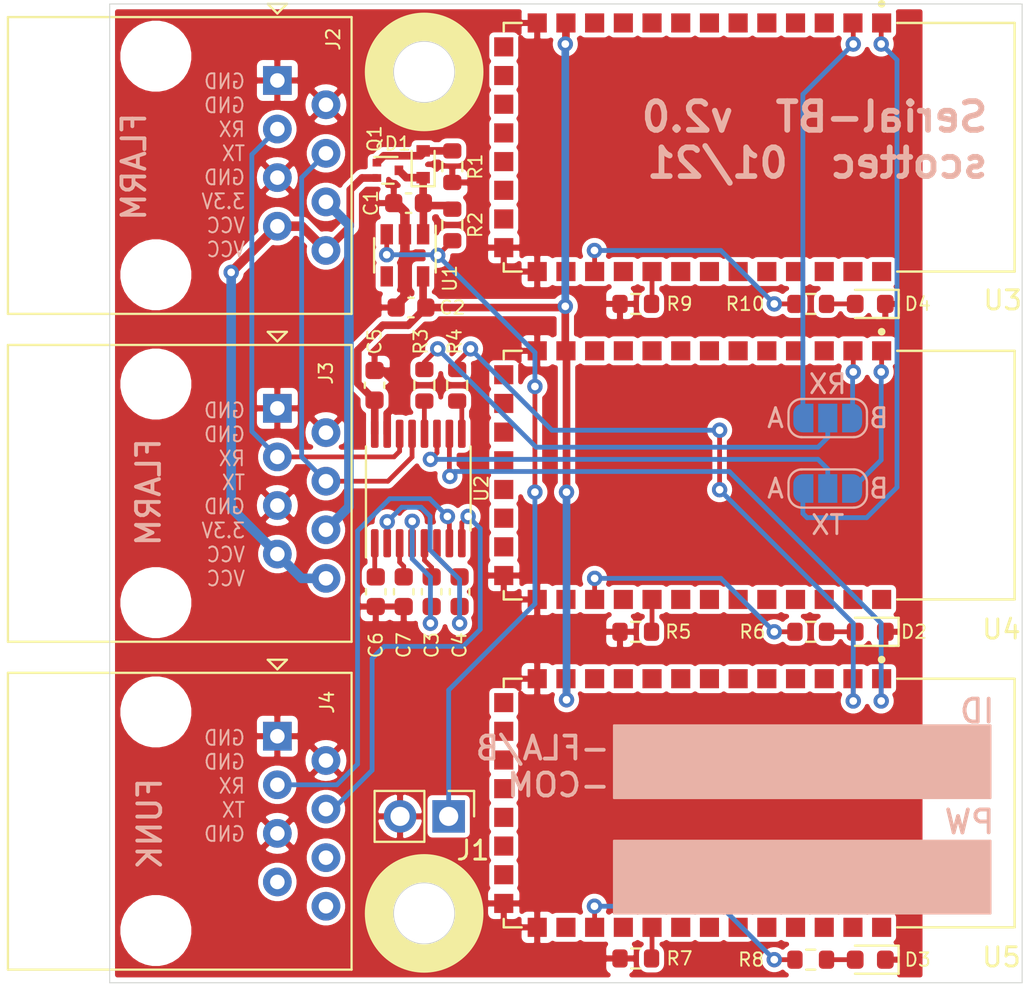
<source format=kicad_pcb>
(kicad_pcb (version 20171130) (host pcbnew "(5.1.9)-1")
  (title_block (title SerialBT) (date 2020-12-20) (rev 2.0))
  (layers (0 F.Cu signal) (31 B.Cu signal) (34 B.Paste user) (35 F.Paste user) (36 B.SilkS user) (37 F.SilkS user) (38 B.Mask user) (39 F.Mask user) (44 Edge.Cuts user))
  (net 0 "")
  (net 1 GND)
  (net 2 "Net-(C1-Pad1)")
  (net 3 +3V3)
  (net 4 "Net-(C3-Pad2)")
  (net 5 "Net-(C3-Pad1)")
  (net 6 "Net-(C4-Pad2)")
  (net 7 "Net-(C4-Pad1)")
  (net 8 "Net-(C6-Pad1)")
  (net 9 "Net-(C7-Pad1)")
  (net 10 "Net-(D1-Pad2)")
  (net 11 "Net-(D2-Pad2)")
  (net 12 "Net-(D3-Pad2)")
  (net 13 NSHDN)
  (net 14 VCC)
  (net 15 TX-FLA-232)
  (net 16 RX-FLA-232)
  (net 17 TX-KRT-232)
  (net 18 RX-KRT-232)
  (net 19 "Net-(R3-Pad2)")
  (net 20 TX-FLA-TTL)
  (net 21 "Net-(R4-Pad2)")
  (net 22 TX-KRT-TTL)
  (net 23 "Net-(R5-Pad1)")
  (net 24 "Net-(R7-Pad1)")
  (net 25 "Net-(R8-Pad2)")
  (net 26 "Net-(U1-Pad4)")
  (net 27 RX-FLA-TTL)
  (net 28 RX-KRT-TTL)
  (net 29 "Net-(U3-Pad3)")
  (net 30 "Net-(U3-Pad4)")
  (net 31 "Net-(U3-Pad5)")
  (net 32 "Net-(U3-Pad6)")
  (net 33 "Net-(U3-Pad7)")
  (net 34 "Net-(U3-Pad8)")
  (net 35 "Net-(U3-Pad9)")
  (net 36 "Net-(U3-Pad10)")
  (net 37 "Net-(U3-Pad11)")
  (net 38 "Net-(U3-Pad15)")
  (net 39 "Net-(U3-Pad16)")
  (net 40 "Net-(U3-Pad17)")
  (net 41 "Net-(U3-Pad18)")
  (net 42 "Net-(U3-Pad19)")
  (net 43 "Net-(U3-Pad20)")
  (net 44 "Net-(U3-Pad23)")
  (net 45 "Net-(U3-Pad25)")
  (net 46 "Net-(U3-Pad27)")
  (net 47 "Net-(U3-Pad28)")
  (net 48 "Net-(U3-Pad29)")
  (net 49 "Net-(U3-Pad30)")
  (net 50 "Net-(U3-Pad31)")
  (net 51 "Net-(U3-Pad32)")
  (net 52 "Net-(U3-Pad33)")
  (net 53 "Net-(U3-Pad34)")
  (net 54 "Net-(U4-Pad3)")
  (net 55 "Net-(U4-Pad4)")
  (net 56 "Net-(U4-Pad5)")
  (net 57 "Net-(U4-Pad6)")
  (net 58 "Net-(U4-Pad7)")
  (net 59 "Net-(U4-Pad8)")
  (net 60 "Net-(U4-Pad9)")
  (net 61 "Net-(U4-Pad10)")
  (net 62 "Net-(U4-Pad11)")
  (net 63 "Net-(U4-Pad15)")
  (net 64 "Net-(U4-Pad16)")
  (net 65 "Net-(U4-Pad17)")
  (net 66 "Net-(U4-Pad18)")
  (net 67 "Net-(U4-Pad19)")
  (net 68 "Net-(U4-Pad20)")
  (net 69 "Net-(U4-Pad23)")
  (net 70 "Net-(U4-Pad25)")
  (net 71 "Net-(U4-Pad27)")
  (net 72 "Net-(U4-Pad28)")
  (net 73 "Net-(U4-Pad29)")
  (net 74 "Net-(U4-Pad30)")
  (net 75 "Net-(U4-Pad31)")
  (net 76 "Net-(U4-Pad32)")
  (net 77 "Net-(U4-Pad33)")
  (net 78 "Net-(U4-Pad34)")
  (net 79 VDDF)
  (net 80 "Net-(J4-Pad8)")
  (net 81 "Net-(J4-Pad7)")
  (net 82 "Net-(J4-Pad6)")
  (net 83 "Net-(D4-Pad2)")
  (net 84 TX-FLA-B-TTL)
  (net 85 TX-FLA-A-TTL)
  (net 86 RX-FLA-B-TTL)
  (net 87 RX-FLA-A-TTL)
  (net 88 "Net-(R9-Pad1)")
  (net 89 "Net-(U5-Pad3)")
  (net 90 "Net-(U5-Pad4)")
  (net 91 "Net-(U5-Pad5)")
  (net 92 "Net-(U5-Pad6)")
  (net 93 "Net-(U5-Pad7)")
  (net 94 "Net-(U5-Pad8)")
  (net 95 "Net-(U5-Pad9)")
  (net 96 "Net-(U5-Pad10)")
  (net 97 "Net-(U5-Pad11)")
  (net 98 "Net-(U5-Pad15)")
  (net 99 "Net-(U5-Pad16)")
  (net 100 "Net-(U5-Pad17)")
  (net 101 "Net-(U5-Pad18)")
  (net 102 "Net-(U5-Pad19)")
  (net 103 "Net-(U5-Pad20)")
  (net 104 "Net-(U5-Pad23)")
  (net 105 "Net-(U5-Pad25)")
  (net 106 "Net-(U5-Pad27)")
  (net 107 "Net-(U5-Pad28)")
  (net 108 "Net-(U5-Pad29)")
  (net 109 "Net-(U5-Pad30)")
  (net 110 "Net-(U5-Pad31)")
  (net 111 "Net-(U5-Pad32)")
  (net 112 "Net-(U5-Pad33)")
  (net 113 "Net-(U5-Pad34)")
  (net 114 "Net-(R10-Pad1)")
  (net 115 "Net-(R6-Pad1)")
  (module Connector_PinHeader_2.54mm:PinHeader_1x02_P2.54mm_Vertical (layer F.Cu) (at 146.939 108.2675 270)
    (fp_text reference J1 (at 1.778 -1.27 180) (layer F.SilkS))
    (fp_text value ONOFF)
    (pad 2 thru_hole oval (at 0 2.54 270) (size 1.7 1.7) (drill 1) (layers *.Cu *.Mask) (net 1 GND))
    (pad 1 thru_hole rect (at 0 0 270) (size 1.7 1.7) (drill 1) (layers *.Cu *.Mask) (net 13 NSHDN))
  )
  (module Olimex_HC-06:Olimex-HC-06 (layer F.Cu) (at 163.068 73.279 270)
    (fp_text reference U3 (at 8.001 -12.827 180) (layer F.SilkS))
    (fp_text value HC-06)
    (pad 1 smd rect (at -6.5 -6.5 270) (size 1 1) (layers F.Cu F.Paste F.Mask) (net 87 RX-FLA-A-TTL))
    (pad 2 smd rect (at -6.5 -5 270) (size 1 1) (layers F.Cu F.Paste F.Mask) (net 85 TX-FLA-A-TTL))
    (pad 3 smd rect (at -6.5 -3.5 270) (size 1 1) (layers F.Cu F.Paste F.Mask) (net 29 "Net-(U3-Pad3)"))
    (pad 4 smd rect (at -6.5 -2 270) (size 1 1) (layers F.Cu F.Paste F.Mask) (net 30 "Net-(U3-Pad4)"))
    (pad 5 smd rect (at -6.5 -0.5 270) (size 1 1) (layers F.Cu F.Paste F.Mask) (net 31 "Net-(U3-Pad5)"))
    (pad 6 smd rect (at -6.5 1 270) (size 1 1) (layers F.Cu F.Paste F.Mask) (net 32 "Net-(U3-Pad6)"))
    (pad 7 smd rect (at -6.5 2.5 270) (size 1 1) (layers F.Cu F.Paste F.Mask) (net 33 "Net-(U3-Pad7)"))
    (pad 8 smd rect (at -6.5 4 270) (size 1 1) (layers F.Cu F.Paste F.Mask) (net 34 "Net-(U3-Pad8)"))
    (pad 9 smd rect (at -6.5 5.5 270) (size 1 1) (layers F.Cu F.Paste F.Mask) (net 35 "Net-(U3-Pad9)"))
    (pad 10 smd rect (at -6.5 7 270) (size 1 1) (layers F.Cu F.Paste F.Mask) (net 36 "Net-(U3-Pad10)"))
    (pad 11 smd rect (at -6.5 8.5 270) (size 1 1) (layers F.Cu F.Paste F.Mask) (net 37 "Net-(U3-Pad11)"))
    (pad 12 smd rect (at -6.5 10 270) (size 1 1) (layers F.Cu F.Paste F.Mask) (net 3 +3V3))
    (pad 13 smd rect (at -6.5 11.5 270) (size 1 1) (layers F.Cu F.Paste F.Mask) (net 1 GND))
    (pad 14 smd rect (at -5.25 13.25 270) (size 1 1) (layers F.Cu F.Paste F.Mask))
    (pad 15 smd rect (at -3.75 13.25 270) (size 1 1) (layers F.Cu F.Paste F.Mask) (net 38 "Net-(U3-Pad15)"))
    (pad 16 smd rect (at -2.25 13.25 270) (size 1 1) (layers F.Cu F.Paste F.Mask) (net 39 "Net-(U3-Pad16)"))
    (pad 17 smd rect (at -0.75 13.25 270) (size 1 1) (layers F.Cu F.Paste F.Mask) (net 40 "Net-(U3-Pad17)"))
    (pad 18 smd rect (at 0.75 13.25 270) (size 1 1) (layers F.Cu F.Paste F.Mask) (net 41 "Net-(U3-Pad18)"))
    (pad 19 smd rect (at 2.25 13.25 270) (size 1 1) (layers F.Cu F.Paste F.Mask) (net 42 "Net-(U3-Pad19)"))
    (pad 20 smd rect (at 3.75 13.25 270) (size 1 1) (layers F.Cu F.Paste F.Mask) (net 43 "Net-(U3-Pad20)"))
    (pad 21 smd rect (at 5.25 13.25 270) (size 1 1) (layers F.Cu F.Paste F.Mask) (net 1 GND))
    (pad 22 smd rect (at 6.5 11.5 270) (size 1 1) (layers F.Cu F.Paste F.Mask) (net 1 GND))
    (pad 23 smd rect (at 6.5 10 270) (size 1 1) (layers F.Cu F.Paste F.Mask) (net 44 "Net-(U3-Pad23)"))
    (pad 24 smd rect (at 6.5 8.5 270) (size 1 1) (layers F.Cu F.Paste F.Mask) (net 114 "Net-(R10-Pad1)"))
    (pad 25 smd rect (at 6.5 7 270) (size 1 1) (layers F.Cu F.Paste F.Mask) (net 45 "Net-(U3-Pad25)"))
    (pad 26 smd rect (at 6.5 5.5 270) (size 1 1) (layers F.Cu F.Paste F.Mask) (net 88 "Net-(R9-Pad1)"))
    (pad 27 smd rect (at 6.5 4 270) (size 1 1) (layers F.Cu F.Paste F.Mask) (net 46 "Net-(U3-Pad27)"))
    (pad 28 smd rect (at 6.5 2.5 270) (size 1 1) (layers F.Cu F.Paste F.Mask) (net 47 "Net-(U3-Pad28)"))
    (pad 29 smd rect (at 6.5 1 270) (size 1 1) (layers F.Cu F.Paste F.Mask) (net 48 "Net-(U3-Pad29)"))
    (pad 30 smd rect (at 6.5 -0.5 270) (size 1 1) (layers F.Cu F.Paste F.Mask) (net 49 "Net-(U3-Pad30)"))
    (pad 31 smd rect (at 6.5 -2 270) (size 1 1) (layers F.Cu F.Paste F.Mask) (net 50 "Net-(U3-Pad31)"))
    (pad 32 smd rect (at 6.5 -3.5 270) (size 1 1) (layers F.Cu F.Paste F.Mask) (net 51 "Net-(U3-Pad32)"))
    (pad 33 smd rect (at 6.5 -5 270) (size 1 1) (layers F.Cu F.Paste F.Mask) (net 52 "Net-(U3-Pad33)"))
    (pad 34 smd rect (at 6.5 -6.5 270) (size 1 1) (layers F.Cu F.Paste F.Mask) (net 53 "Net-(U3-Pad34)"))
  )
  (module Olimex_HC-06:Olimex-HC-06 (layer F.Cu) (at 163.068 107.569 270)
    (fp_text reference U5 (at 8.0645 -12.7635 180) (layer F.SilkS))
    (fp_text value HC-06)
    (pad 1 smd rect (at -6.5 -6.5 270) (size 1 1) (layers F.Cu F.Paste F.Mask) (net 28 RX-KRT-TTL))
    (pad 2 smd rect (at -6.5 -5 270) (size 1 1) (layers F.Cu F.Paste F.Mask) (net 22 TX-KRT-TTL))
    (pad 3 smd rect (at -6.5 -3.5 270) (size 1 1) (layers F.Cu F.Paste F.Mask) (net 89 "Net-(U5-Pad3)"))
    (pad 4 smd rect (at -6.5 -2 270) (size 1 1) (layers F.Cu F.Paste F.Mask) (net 90 "Net-(U5-Pad4)"))
    (pad 5 smd rect (at -6.5 -0.5 270) (size 1 1) (layers F.Cu F.Paste F.Mask) (net 91 "Net-(U5-Pad5)"))
    (pad 6 smd rect (at -6.5 1 270) (size 1 1) (layers F.Cu F.Paste F.Mask) (net 92 "Net-(U5-Pad6)"))
    (pad 7 smd rect (at -6.5 2.5 270) (size 1 1) (layers F.Cu F.Paste F.Mask) (net 93 "Net-(U5-Pad7)"))
    (pad 8 smd rect (at -6.5 4 270) (size 1 1) (layers F.Cu F.Paste F.Mask) (net 94 "Net-(U5-Pad8)"))
    (pad 9 smd rect (at -6.5 5.5 270) (size 1 1) (layers F.Cu F.Paste F.Mask) (net 95 "Net-(U5-Pad9)"))
    (pad 10 smd rect (at -6.5 7 270) (size 1 1) (layers F.Cu F.Paste F.Mask) (net 96 "Net-(U5-Pad10)"))
    (pad 11 smd rect (at -6.5 8.5 270) (size 1 1) (layers F.Cu F.Paste F.Mask) (net 97 "Net-(U5-Pad11)"))
    (pad 12 smd rect (at -6.5 10 270) (size 1 1) (layers F.Cu F.Paste F.Mask) (net 3 +3V3))
    (pad 13 smd rect (at -6.5 11.5 270) (size 1 1) (layers F.Cu F.Paste F.Mask) (net 1 GND))
    (pad 14 smd rect (at -5.25 13.25 270) (size 1 1) (layers F.Cu F.Paste F.Mask))
    (pad 15 smd rect (at -3.75 13.25 270) (size 1 1) (layers F.Cu F.Paste F.Mask) (net 98 "Net-(U5-Pad15)"))
    (pad 16 smd rect (at -2.25 13.25 270) (size 1 1) (layers F.Cu F.Paste F.Mask) (net 99 "Net-(U5-Pad16)"))
    (pad 17 smd rect (at -0.75 13.25 270) (size 1 1) (layers F.Cu F.Paste F.Mask) (net 100 "Net-(U5-Pad17)"))
    (pad 18 smd rect (at 0.75 13.25 270) (size 1 1) (layers F.Cu F.Paste F.Mask) (net 101 "Net-(U5-Pad18)"))
    (pad 19 smd rect (at 2.25 13.25 270) (size 1 1) (layers F.Cu F.Paste F.Mask) (net 102 "Net-(U5-Pad19)"))
    (pad 20 smd rect (at 3.75 13.25 270) (size 1 1) (layers F.Cu F.Paste F.Mask) (net 103 "Net-(U5-Pad20)"))
    (pad 21 smd rect (at 5.25 13.25 270) (size 1 1) (layers F.Cu F.Paste F.Mask) (net 1 GND))
    (pad 22 smd rect (at 6.5 11.5 270) (size 1 1) (layers F.Cu F.Paste F.Mask) (net 1 GND))
    (pad 23 smd rect (at 6.5 10 270) (size 1 1) (layers F.Cu F.Paste F.Mask) (net 104 "Net-(U5-Pad23)"))
    (pad 24 smd rect (at 6.5 8.5 270) (size 1 1) (layers F.Cu F.Paste F.Mask) (net 25 "Net-(R8-Pad2)"))
    (pad 25 smd rect (at 6.5 7 270) (size 1 1) (layers F.Cu F.Paste F.Mask) (net 105 "Net-(U5-Pad25)"))
    (pad 26 smd rect (at 6.5 5.5 270) (size 1 1) (layers F.Cu F.Paste F.Mask) (net 24 "Net-(R7-Pad1)"))
    (pad 27 smd rect (at 6.5 4 270) (size 1 1) (layers F.Cu F.Paste F.Mask) (net 106 "Net-(U5-Pad27)"))
    (pad 28 smd rect (at 6.5 2.5 270) (size 1 1) (layers F.Cu F.Paste F.Mask) (net 107 "Net-(U5-Pad28)"))
    (pad 29 smd rect (at 6.5 1 270) (size 1 1) (layers F.Cu F.Paste F.Mask) (net 108 "Net-(U5-Pad29)"))
    (pad 30 smd rect (at 6.5 -0.5 270) (size 1 1) (layers F.Cu F.Paste F.Mask) (net 109 "Net-(U5-Pad30)"))
    (pad 31 smd rect (at 6.5 -2 270) (size 1 1) (layers F.Cu F.Paste F.Mask) (net 110 "Net-(U5-Pad31)"))
    (pad 32 smd rect (at 6.5 -3.5 270) (size 1 1) (layers F.Cu F.Paste F.Mask) (net 111 "Net-(U5-Pad32)"))
    (pad 33 smd rect (at 6.5 -5 270) (size 1 1) (layers F.Cu F.Paste F.Mask) (net 112 "Net-(U5-Pad33)"))
    (pad 34 smd rect (at 6.5 -6.5 270) (size 1 1) (layers F.Cu F.Paste F.Mask) (net 113 "Net-(U5-Pad34)"))
  )
  (module Olimex_HC-06:Olimex-HC-06 (layer F.Cu) (at 163.068 90.424 270)
    (fp_text reference U4 (at 8.0645 -12.7635 180) (layer F.SilkS))
    (fp_text value HC-06)
    (pad 1 smd rect (at -6.5 -6.5 270) (size 1 1) (layers F.Cu F.Paste F.Mask) (net 86 RX-FLA-B-TTL))
    (pad 2 smd rect (at -6.5 -5 270) (size 1 1) (layers F.Cu F.Paste F.Mask) (net 84 TX-FLA-B-TTL))
    (pad 3 smd rect (at -6.5 -3.5 270) (size 1 1) (layers F.Cu F.Paste F.Mask) (net 54 "Net-(U4-Pad3)"))
    (pad 4 smd rect (at -6.5 -2 270) (size 1 1) (layers F.Cu F.Paste F.Mask) (net 55 "Net-(U4-Pad4)"))
    (pad 5 smd rect (at -6.5 -0.5 270) (size 1 1) (layers F.Cu F.Paste F.Mask) (net 56 "Net-(U4-Pad5)"))
    (pad 6 smd rect (at -6.5 1 270) (size 1 1) (layers F.Cu F.Paste F.Mask) (net 57 "Net-(U4-Pad6)"))
    (pad 7 smd rect (at -6.5 2.5 270) (size 1 1) (layers F.Cu F.Paste F.Mask) (net 58 "Net-(U4-Pad7)"))
    (pad 8 smd rect (at -6.5 4 270) (size 1 1) (layers F.Cu F.Paste F.Mask) (net 59 "Net-(U4-Pad8)"))
    (pad 9 smd rect (at -6.5 5.5 270) (size 1 1) (layers F.Cu F.Paste F.Mask) (net 60 "Net-(U4-Pad9)"))
    (pad 10 smd rect (at -6.5 7 270) (size 1 1) (layers F.Cu F.Paste F.Mask) (net 61 "Net-(U4-Pad10)"))
    (pad 11 smd rect (at -6.5 8.5 270) (size 1 1) (layers F.Cu F.Paste F.Mask) (net 62 "Net-(U4-Pad11)"))
    (pad 12 smd rect (at -6.5 10 270) (size 1 1) (layers F.Cu F.Paste F.Mask) (net 3 +3V3))
    (pad 13 smd rect (at -6.5 11.5 270) (size 1 1) (layers F.Cu F.Paste F.Mask) (net 1 GND))
    (pad 14 smd rect (at -5.25 13.25 270) (size 1 1) (layers F.Cu F.Paste F.Mask))
    (pad 15 smd rect (at -3.75 13.25 270) (size 1 1) (layers F.Cu F.Paste F.Mask) (net 63 "Net-(U4-Pad15)"))
    (pad 16 smd rect (at -2.25 13.25 270) (size 1 1) (layers F.Cu F.Paste F.Mask) (net 64 "Net-(U4-Pad16)"))
    (pad 17 smd rect (at -0.75 13.25 270) (size 1 1) (layers F.Cu F.Paste F.Mask) (net 65 "Net-(U4-Pad17)"))
    (pad 18 smd rect (at 0.75 13.25 270) (size 1 1) (layers F.Cu F.Paste F.Mask) (net 66 "Net-(U4-Pad18)"))
    (pad 19 smd rect (at 2.25 13.25 270) (size 1 1) (layers F.Cu F.Paste F.Mask) (net 67 "Net-(U4-Pad19)"))
    (pad 20 smd rect (at 3.75 13.25 270) (size 1 1) (layers F.Cu F.Paste F.Mask) (net 68 "Net-(U4-Pad20)"))
    (pad 21 smd rect (at 5.25 13.25 270) (size 1 1) (layers F.Cu F.Paste F.Mask) (net 1 GND))
    (pad 22 smd rect (at 6.5 11.5 270) (size 1 1) (layers F.Cu F.Paste F.Mask) (net 1 GND))
    (pad 23 smd rect (at 6.5 10 270) (size 1 1) (layers F.Cu F.Paste F.Mask) (net 69 "Net-(U4-Pad23)"))
    (pad 24 smd rect (at 6.5 8.5 270) (size 1 1) (layers F.Cu F.Paste F.Mask) (net 115 "Net-(R6-Pad1)"))
    (pad 25 smd rect (at 6.5 7 270) (size 1 1) (layers F.Cu F.Paste F.Mask) (net 70 "Net-(U4-Pad25)"))
    (pad 26 smd rect (at 6.5 5.5 270) (size 1 1) (layers F.Cu F.Paste F.Mask) (net 23 "Net-(R5-Pad1)"))
    (pad 27 smd rect (at 6.5 4 270) (size 1 1) (layers F.Cu F.Paste F.Mask) (net 71 "Net-(U4-Pad27)"))
    (pad 28 smd rect (at 6.5 2.5 270) (size 1 1) (layers F.Cu F.Paste F.Mask) (net 72 "Net-(U4-Pad28)"))
    (pad 29 smd rect (at 6.5 1 270) (size 1 1) (layers F.Cu F.Paste F.Mask) (net 73 "Net-(U4-Pad29)"))
    (pad 30 smd rect (at 6.5 -0.5 270) (size 1 1) (layers F.Cu F.Paste F.Mask) (net 74 "Net-(U4-Pad30)"))
    (pad 31 smd rect (at 6.5 -2 270) (size 1 1) (layers F.Cu F.Paste F.Mask) (net 75 "Net-(U4-Pad31)"))
    (pad 32 smd rect (at 6.5 -3.5 270) (size 1 1) (layers F.Cu F.Paste F.Mask) (net 76 "Net-(U4-Pad32)"))
    (pad 33 smd rect (at 6.5 -5 270) (size 1 1) (layers F.Cu F.Paste F.Mask) (net 77 "Net-(U4-Pad33)"))
    (pad 34 smd rect (at 6.5 -6.5 270) (size 1 1) (layers F.Cu F.Paste F.Mask) (net 78 "Net-(U4-Pad34)"))
  )
  (module Jumper:SolderJumper-3_P1.3mm_Open_RoundedPad1.0x1.5mm_NumberLabels (layer B.Cu) (at 166.751 91.1225)
    (fp_text reference JP2)
    (fp_text value TX (at 0 1.905) (layer B.SilkS) (effects (justify mirror)))
    (fp_text user B (at 2.667 0) (layer B.SilkS) (effects (justify mirror)))
    (fp_text user A (at -2.7305 0) (layer B.SilkS) (effects (justify mirror)))
    (pad 2 smd rect (at 0 0) (size 1 1.5) (layers B.Cu B.Mask) (net 27 RX-FLA-TTL))
    (pad 3 smd custom (at 1.3 0) (size 1 0.5) (layers B.Cu B.Mask) (net 86 RX-FLA-B-TTL) (options (clearance outline) (anchor rect)) (primitives (gr_circle (center 0 -0.25) (end 0.5 -0.25) (width 0)) (gr_circle (center 0 0.25) (end 0.5 0.25) (width 0)) (gr_poly (pts (xy -0.55 0.75) (xy 0 0.75) (xy 0 -0.75) (xy -0.55 -0.75)) (width 0))))
    (pad 1 smd custom (at -1.3 0) (size 1 0.5) (layers B.Cu B.Mask) (net 87 RX-FLA-A-TTL) (options (clearance outline) (anchor rect)) (primitives (gr_circle (center 0 -0.25) (end 0.5 -0.25) (width 0)) (gr_circle (center 0 0.25) (end 0.5 0.25) (width 0)) (gr_poly (pts (xy 0.55 0.75) (xy 0 0.75) (xy 0 -0.75) (xy 0.55 -0.75)) (width 0))))
  )
  (module Resistor_SMD:R_0603_1608Metric (layer F.Cu) (at 165.862 81.4705)
    (fp_text reference R10 (at -3.429 0) (layer F.SilkS) (effects (font (size 0.7 0.7) (thickness 0.1))))
    (fp_text value 470)
    (pad 2 smd roundrect (at 0.825 0) (size 0.8 0.95) (layers F.Cu F.Paste F.Mask) (net 83 "Net-(D4-Pad2)"))
    (pad 1 smd roundrect (at -0.825 0) (size 0.8 0.95) (layers F.Cu F.Paste F.Mask) (net 114 "Net-(R10-Pad1)"))
  )
  (module Resistor_SMD:R_0603_1608Metric (layer F.Cu) (at 156.718 81.4705 180)
    (fp_text reference R9 (at -2.286 0) (layer F.SilkS) (effects (font (size 0.7 0.7) (thickness 0.1))))
    (fp_text value 10k)
    (pad 2 smd roundrect (at 0.825 0 180) (size 0.8 0.95) (layers F.Cu F.Paste F.Mask) (net 1 GND))
    (pad 1 smd roundrect (at -0.825 0 180) (size 0.8 0.95) (layers F.Cu F.Paste F.Mask) (net 88 "Net-(R9-Pad1)"))
  )
  (module Jumper:SolderJumper-3_P1.3mm_Open_RoundedPad1.0x1.5mm_NumberLabels (layer B.Cu) (at 166.751 87.4395)
    (fp_text reference JP1)
    (fp_text value RX (at 0 -1.778) (layer B.SilkS) (effects (justify mirror)))
    (fp_text user A (at -2.7305 0) (layer B.SilkS) (effects (justify mirror)))
    (fp_text user B (at 2.667 0) (layer B.SilkS) (effects (justify mirror)))
    (pad 1 smd custom (at -1.3 0) (size 1 0.5) (layers B.Cu B.Mask) (net 85 TX-FLA-A-TTL) (options (clearance outline) (anchor rect)) (primitives (gr_circle (center 0 -0.25) (end 0.5 -0.25) (width 0)) (gr_circle (center 0 0.25) (end 0.5 0.25) (width 0)) (gr_poly (pts (xy 0.55 0.75) (xy 0 0.75) (xy 0 -0.75) (xy 0.55 -0.75)) (width 0))))
    (pad 3 smd custom (at 1.3 0) (size 1 0.5) (layers B.Cu B.Mask) (net 84 TX-FLA-B-TTL) (options (clearance outline) (anchor rect)) (primitives (gr_circle (center 0 -0.25) (end 0.5 -0.25) (width 0)) (gr_circle (center 0 0.25) (end 0.5 0.25) (width 0)) (gr_poly (pts (xy -0.55 0.75) (xy 0 0.75) (xy 0 -0.75) (xy -0.55 -0.75)) (width 0))))
    (pad 2 smd rect (at 0 0) (size 1 1.5) (layers B.Cu B.Mask) (net 20 TX-FLA-TTL))
  )
  (module LED_SMD:LED_0603_1608Metric (layer F.Cu) (at 168.9735 81.4705 180)
    (fp_text reference D4 (at -2.4765 0) (layer F.SilkS) (effects (font (size 0.7 0.7) (thickness 0.1))))
    (fp_text value LED)
    (pad 2 smd roundrect (at 0.7875 0 180) (size 0.875 0.95) (layers F.Cu F.Paste F.Mask) (net 83 "Net-(D4-Pad2)"))
    (pad 1 smd roundrect (at -0.7875 0 180) (size 0.875 0.95) (layers F.Cu F.Paste F.Mask) (net 1 GND))
  )
  (module Connector_RJ:RJ45_Amphenol_54602-x08_Horizontal (layer F.Cu) (at 137.9855 104.0765 270)
    (fp_text reference J4 (at -1.778 -2.6035 90) (layer F.SilkS) (effects (font (size 0.7 0.7) (thickness 0.1))))
    (fp_text value FUNK (at 4.572 6.6675 90) (layer B.SilkS) (effects (font (size 1.2 1.2) (thickness 0.2)) (justify mirror)))
    (pad 8 thru_hole circle (at 8.89 -2.54 270) (size 1.5 1.5) (drill 0.76) (layers *.Cu *.Mask) (net 80 "Net-(J4-Pad8)"))
    (pad 7 thru_hole circle (at 7.62 0 270) (size 1.5 1.5) (drill 0.76) (layers *.Cu *.Mask) (net 81 "Net-(J4-Pad7)"))
    (pad 6 thru_hole circle (at 6.35 -2.54 270) (size 1.5 1.5) (drill 0.76) (layers *.Cu *.Mask) (net 82 "Net-(J4-Pad6)"))
    (pad 5 thru_hole circle (at 5.08 0 270) (size 1.5 1.5) (drill 0.76) (layers *.Cu *.Mask) (net 1 GND))
    (pad 4 thru_hole circle (at 3.81 -2.54 270) (size 1.5 1.5) (drill 0.76) (layers *.Cu *.Mask) (net 17 TX-KRT-232))
    (pad 3 thru_hole circle (at 2.54 0 270) (size 1.5 1.5) (drill 0.76) (layers *.Cu *.Mask) (net 18 RX-KRT-232))
    (pad 2 thru_hole circle (at 1.27 -2.54 270) (size 1.5 1.5) (drill 0.76) (layers *.Cu *.Mask) (net 1 GND))
    (pad 1 thru_hole rect (at 0 0 270) (size 1.5 1.5) (drill 0.76) (layers *.Cu *.Mask) (net 1 GND))
    (pad "" np_thru_hole circle (at -1.27 6.35 270) (size 3.2 3.2) (drill 3.2) (layers *.Cu *.Mask))
    (pad "" np_thru_hole circle (at 10.16 6.35 270) (size 3.2 3.2) (drill 3.2) (layers *.Cu *.Mask))
  )
  (module Package_SO:TSSOP-16_4.4x5mm_P0.65mm (layer F.Cu) (at 145.3515 91.1225 90)
    (fp_text reference U2 (at 0 3.302 90) (layer F.SilkS) (effects (font (size 0.7 0.7) (thickness 0.1))))
    (fp_text value MAX3232 hide)
    (pad 16 smd roundrect (at 2.8625 -2.275 90) (size 1.475 0.4) (layers F.Cu F.Paste F.Mask) (net 3 +3V3))
    (pad 15 smd roundrect (at 2.8625 -1.625 90) (size 1.475 0.4) (layers F.Cu F.Paste F.Mask) (net 1 GND))
    (pad 14 smd roundrect (at 2.8625 -0.975 90) (size 1.475 0.4) (layers F.Cu F.Paste F.Mask) (net 16 RX-FLA-232))
    (pad 13 smd roundrect (at 2.8625 -0.325 90) (size 1.475 0.4) (layers F.Cu F.Paste F.Mask) (net 15 TX-FLA-232))
    (pad 12 smd roundrect (at 2.8625 0.325 90) (size 1.475 0.4) (layers F.Cu F.Paste F.Mask) (net 19 "Net-(R3-Pad2)"))
    (pad 11 smd roundrect (at 2.8625 0.975 90) (size 1.475 0.4) (layers F.Cu F.Paste F.Mask) (net 27 RX-FLA-TTL))
    (pad 10 smd roundrect (at 2.8625 1.625 90) (size 1.475 0.4) (layers F.Cu F.Paste F.Mask) (net 28 RX-KRT-TTL))
    (pad 9 smd roundrect (at 2.8625 2.275 90) (size 1.475 0.4) (layers F.Cu F.Paste F.Mask) (net 21 "Net-(R4-Pad2)"))
    (pad 8 smd roundrect (at -2.8625 2.275 90) (size 1.475 0.4) (layers F.Cu F.Paste F.Mask) (net 17 TX-KRT-232))
    (pad 7 smd roundrect (at -2.8625 1.625 90) (size 1.475 0.4) (layers F.Cu F.Paste F.Mask) (net 18 RX-KRT-232))
    (pad 6 smd roundrect (at -2.8625 0.975 90) (size 1.475 0.4) (layers F.Cu F.Paste F.Mask) (net 7 "Net-(C4-Pad1)"))
    (pad 5 smd roundrect (at -2.8625 0.325 90) (size 1.475 0.4) (layers F.Cu F.Paste F.Mask) (net 5 "Net-(C3-Pad1)"))
    (pad 4 smd roundrect (at -2.8625 -0.325 90) (size 1.475 0.4) (layers F.Cu F.Paste F.Mask) (net 4 "Net-(C3-Pad2)"))
    (pad 3 smd roundrect (at -2.8625 -0.975 90) (size 1.475 0.4) (layers F.Cu F.Paste F.Mask) (net 9 "Net-(C7-Pad1)"))
    (pad 2 smd roundrect (at -2.8625 -1.625 90) (size 1.475 0.4) (layers F.Cu F.Paste F.Mask) (net 6 "Net-(C4-Pad2)"))
    (pad 1 smd roundrect (at -2.8625 -2.275 90) (size 1.475 0.4) (layers F.Cu F.Paste F.Mask) (net 8 "Net-(C6-Pad1)"))
  )
  (module Package_TO_SOT_SMD:SOT-23-5 (layer F.Cu) (at 144.653 78.9305 270)
    (fp_text reference U1 (at 1.2065 -2.3495 90) (layer F.SilkS) (effects (font (size 0.7 0.7) (thickness 0.1))))
    (fp_text value MCP1754)
    (pad 5 smd rect (at 1.1 -0.95 270) (size 1.06 0.65) (layers F.Cu F.Paste F.Mask) (net 3 +3V3))
    (pad 4 smd rect (at 1.1 0.95 270) (size 1.06 0.65) (layers F.Cu F.Paste F.Mask) (net 26 "Net-(U1-Pad4)"))
    (pad 3 smd rect (at -1.1 0.95 270) (size 1.06 0.65) (layers F.Cu F.Paste F.Mask) (net 13 NSHDN))
    (pad 2 smd rect (at -1.1 0 270) (size 1.06 0.65) (layers F.Cu F.Paste F.Mask) (net 1 GND))
    (pad 1 smd rect (at -1.1 -0.95 270) (size 1.06 0.65) (layers F.Cu F.Paste F.Mask) (net 2 "Net-(C1-Pad1)"))
  )
  (module Resistor_SMD:R_0603_1608Metric (layer F.Cu) (at 165.862 115.7605 180)
    (fp_text reference R8 (at 3.1115 0) (layer F.SilkS) (effects (font (size 0.7 0.7) (thickness 0.1))))
    (fp_text value 470)
    (pad 2 smd roundrect (at 0.825 0 180) (size 0.8 0.95) (layers F.Cu F.Paste F.Mask) (net 25 "Net-(R8-Pad2)"))
    (pad 1 smd roundrect (at -0.825 0 180) (size 0.8 0.95) (layers F.Cu F.Paste F.Mask) (net 12 "Net-(D3-Pad2)"))
  )
  (module Resistor_SMD:R_0603_1608Metric (layer F.Cu) (at 156.718 115.697 180)
    (fp_text reference R7 (at -2.286 0) (layer F.SilkS) (effects (font (size 0.7 0.7) (thickness 0.1))))
    (fp_text value 10k)
    (pad 2 smd roundrect (at 0.825 0 180) (size 0.8 0.95) (layers F.Cu F.Paste F.Mask) (net 1 GND))
    (pad 1 smd roundrect (at -0.825 0 180) (size 0.8 0.95) (layers F.Cu F.Paste F.Mask) (net 24 "Net-(R7-Pad1)"))
  )
  (module Resistor_SMD:R_0603_1608Metric (layer F.Cu) (at 165.862 98.6155)
    (fp_text reference R6 (at -3.048 0) (layer F.SilkS) (effects (font (size 0.7 0.7) (thickness 0.1))))
    (fp_text value 470)
    (pad 2 smd roundrect (at 0.825 0) (size 0.8 0.95) (layers F.Cu F.Paste F.Mask) (net 11 "Net-(D2-Pad2)"))
    (pad 1 smd roundrect (at -0.825 0) (size 0.8 0.95) (layers F.Cu F.Paste F.Mask) (net 115 "Net-(R6-Pad1)"))
  )
  (module Resistor_SMD:R_0603_1608Metric (layer F.Cu) (at 156.718 98.6155 180)
    (fp_text reference R5 (at -2.2225 0) (layer F.SilkS) (effects (font (size 0.7 0.7) (thickness 0.1))))
    (fp_text value 10k)
    (pad 2 smd roundrect (at 0.825 0 180) (size 0.8 0.95) (layers F.Cu F.Paste F.Mask) (net 1 GND))
    (pad 1 smd roundrect (at -0.825 0 180) (size 0.8 0.95) (layers F.Cu F.Paste F.Mask) (net 23 "Net-(R5-Pad1)"))
  )
  (module Resistor_SMD:R_0603_1608Metric (layer F.Cu) (at 147.3835 85.725 270)
    (fp_text reference R4 (at -2.286 0.127 90) (layer F.SilkS) (effects (font (size 0.7 0.7) (thickness 0.1))))
    (fp_text value 470)
    (pad 2 smd roundrect (at 0.825 0 270) (size 0.8 0.95) (layers F.Cu F.Paste F.Mask) (net 21 "Net-(R4-Pad2)"))
    (pad 1 smd roundrect (at -0.825 0 270) (size 0.8 0.95) (layers F.Cu F.Paste F.Mask) (net 22 TX-KRT-TTL))
  )
  (module Resistor_SMD:R_0603_1608Metric (layer F.Cu) (at 145.669 85.725 270)
    (fp_text reference R3 (at -2.286 0.1905 90) (layer F.SilkS) (effects (font (size 0.7 0.7) (thickness 0.1))))
    (fp_text value 470)
    (pad 2 smd roundrect (at 0.825 0 270) (size 0.8 0.95) (layers F.Cu F.Paste F.Mask) (net 19 "Net-(R3-Pad2)"))
    (pad 1 smd roundrect (at -0.825 0 270) (size 0.8 0.95) (layers F.Cu F.Paste F.Mask) (net 20 TX-FLA-TTL))
  )
  (module Resistor_SMD:R_0603_1608Metric (layer F.Cu) (at 147.1295 77.3425 270)
    (fp_text reference R2 (at 0 -1.2065 90) (layer F.SilkS) (effects (font (size 0.7 0.7) (thickness 0.1))))
    (fp_text value 10k)
    (pad 2 smd roundrect (at 0.825 0 270) (size 0.8 0.95) (layers F.Cu F.Paste F.Mask) (net 13 NSHDN))
    (pad 1 smd roundrect (at -0.825 0 270) (size 0.8 0.95) (layers F.Cu F.Paste F.Mask) (net 2 "Net-(C1-Pad1)"))
  )
  (module Resistor_SMD:R_0603_1608Metric (layer F.Cu) (at 147.1295 74.295 270)
    (fp_text reference R1 (at 0 -1.2065 90) (layer F.SilkS) (effects (font (size 0.7 0.7) (thickness 0.1))))
    (fp_text value 100k)
    (pad 2 smd roundrect (at 0.825 0 270) (size 0.8 0.95) (layers F.Cu F.Paste F.Mask) (net 1 GND))
    (pad 1 smd roundrect (at -0.825 0 270) (size 0.8 0.95) (layers F.Cu F.Paste F.Mask) (net 10 "Net-(D1-Pad2)"))
  )
  (module Package_TO_SOT_SMD:SOT-723 (layer F.Cu) (at 143.764 74.4855)
    (fp_text reference Q1 (at -0.6985 -1.651 90) (layer F.SilkS) (effects (font (size 0.7 0.7) (thickness 0.1))))
    (fp_text value RZM001P02T2L)
    (pad 3 smd rect (at 0.575 0) (size 0.45 0.5) (layers F.Cu F.Paste F.Mask) (net 2 "Net-(C1-Pad1)"))
    (pad 2 smd rect (at -0.575 0.4) (size 0.45 0.4) (layers F.Cu F.Paste F.Mask) (net 14 VCC))
    (pad 1 smd rect (at -0.575 -0.4) (size 0.45 0.4) (layers F.Cu F.Paste F.Mask) (net 10 "Net-(D1-Pad2)"))
  )
  (module Connector_RJ:RJ45_Amphenol_54602-x08_Horizontal (layer F.Cu) (at 137.9855 86.9315 270)
    (fp_text reference J3 (at -1.8415 -2.54 90) (layer F.SilkS) (effects (font (size 0.7 0.7) (thickness 0.1))))
    (fp_text value FLARM (at 4.3815 6.731 90) (layer B.SilkS) (effects (font (size 1.2 1.2) (thickness 0.2)) (justify mirror)))
    (pad "" np_thru_hole circle (at 10.16 6.35 270) (size 3.2 3.2) (drill 3.2) (layers *.Cu *.Mask))
    (pad "" np_thru_hole circle (at -1.27 6.35 270) (size 3.2 3.2) (drill 3.2) (layers *.Cu *.Mask))
    (pad 1 thru_hole rect (at 0 0 270) (size 1.5 1.5) (drill 0.76) (layers *.Cu *.Mask) (net 1 GND))
    (pad 2 thru_hole circle (at 1.27 -2.54 270) (size 1.5 1.5) (drill 0.76) (layers *.Cu *.Mask) (net 1 GND))
    (pad 3 thru_hole circle (at 2.54 0 270) (size 1.5 1.5) (drill 0.76) (layers *.Cu *.Mask) (net 16 RX-FLA-232))
    (pad 4 thru_hole circle (at 3.81 -2.54 270) (size 1.5 1.5) (drill 0.76) (layers *.Cu *.Mask) (net 15 TX-FLA-232))
    (pad 5 thru_hole circle (at 5.08 0 270) (size 1.5 1.5) (drill 0.76) (layers *.Cu *.Mask) (net 1 GND))
    (pad 6 thru_hole circle (at 6.35 -2.54 270) (size 1.5 1.5) (drill 0.76) (layers *.Cu *.Mask) (net 79 VDDF))
    (pad 7 thru_hole circle (at 7.62 0 270) (size 1.5 1.5) (drill 0.76) (layers *.Cu *.Mask) (net 14 VCC))
    (pad 8 thru_hole circle (at 8.89 -2.54 270) (size 1.5 1.5) (drill 0.76) (layers *.Cu *.Mask) (net 14 VCC))
  )
  (module Connector_RJ:RJ45_Amphenol_54602-x08_Horizontal (layer F.Cu) (at 137.9855 69.7865 270)
    (fp_text reference J2 (at -2.159 -2.921 90) (layer F.SilkS) (effects (font (size 0.7 0.7) (thickness 0.1))))
    (fp_text value FLARM (at 4.5085 7.493 90) (layer B.SilkS) (effects (font (size 1.2 1.2) (thickness 0.2)) (justify mirror)))
    (pad "" np_thru_hole circle (at 10.16 6.35 270) (size 3.2 3.2) (drill 3.2) (layers *.Cu *.Mask))
    (pad "" np_thru_hole circle (at -1.27 6.35 270) (size 3.2 3.2) (drill 3.2) (layers *.Cu *.Mask))
    (pad 1 thru_hole rect (at 0 0 270) (size 1.5 1.5) (drill 0.76) (layers *.Cu *.Mask) (net 1 GND))
    (pad 2 thru_hole circle (at 1.27 -2.54 270) (size 1.5 1.5) (drill 0.76) (layers *.Cu *.Mask) (net 1 GND))
    (pad 3 thru_hole circle (at 2.54 0 270) (size 1.5 1.5) (drill 0.76) (layers *.Cu *.Mask) (net 16 RX-FLA-232))
    (pad 4 thru_hole circle (at 3.81 -2.54 270) (size 1.5 1.5) (drill 0.76) (layers *.Cu *.Mask) (net 15 TX-FLA-232))
    (pad 5 thru_hole circle (at 5.08 0 270) (size 1.5 1.5) (drill 0.76) (layers *.Cu *.Mask) (net 1 GND))
    (pad 6 thru_hole circle (at 6.35 -2.54 270) (size 1.5 1.5) (drill 0.76) (layers *.Cu *.Mask) (net 79 VDDF))
    (pad 7 thru_hole circle (at 7.62 0 270) (size 1.5 1.5) (drill 0.76) (layers *.Cu *.Mask) (net 14 VCC))
    (pad 8 thru_hole circle (at 8.89 -2.54 270) (size 1.5 1.5) (drill 0.76) (layers *.Cu *.Mask) (net 14 VCC))
  )
  (module LED_SMD:LED_0603_1608Metric (layer F.Cu) (at 168.9735 115.7605 180)
    (fp_text reference D3 (at -2.4765 0) (layer F.SilkS) (effects (font (size 0.7 0.7) (thickness 0.1))))
    (fp_text value LED)
    (pad 2 smd roundrect (at 0.7875 0 180) (size 0.875 0.95) (layers F.Cu F.Paste F.Mask) (net 12 "Net-(D3-Pad2)"))
    (pad 1 smd roundrect (at -0.7875 0 180) (size 0.875 0.95) (layers F.Cu F.Paste F.Mask) (net 1 GND))
  )
  (module LED_SMD:LED_0603_1608Metric (layer F.Cu) (at 168.9735 98.6155 180)
    (fp_text reference D2 (at -2.286 0) (layer F.SilkS) (effects (font (size 0.7 0.7) (thickness 0.1))))
    (fp_text value LED)
    (pad 2 smd roundrect (at 0.7875 0 180) (size 0.875 0.95) (layers F.Cu F.Paste F.Mask) (net 11 "Net-(D2-Pad2)"))
    (pad 1 smd roundrect (at -0.7875 0 180) (size 0.875 0.95) (layers F.Cu F.Paste F.Mask) (net 1 GND))
  )
  (module Diode_SMD:D_SOD-523 (layer F.Cu) (at 145.6055 74.168 90)
    (fp_text reference D1 (at 1.0795 -1.3335 180) (layer F.SilkS) (effects (font (size 0.7 0.7) (thickness 0.1))))
    (fp_text value BZT52C16T)
    (pad 1 smd rect (at -0.7 0 270) (size 0.6 0.7) (layers F.Cu F.Paste F.Mask) (net 2 "Net-(C1-Pad1)"))
    (pad 2 smd rect (at 0.7 0 270) (size 0.6 0.7) (layers F.Cu F.Paste F.Mask) (net 10 "Net-(D1-Pad2)"))
  )
  (module Capacitor_SMD:C_0603_1608Metric (layer F.Cu) (at 144.5895 96.52 270)
    (fp_text reference C7 (at 2.794 0 90) (layer F.SilkS) (effects (font (size 0.7 0.7) (thickness 0.1))))
    (fp_text value 100n)
    (pad 2 smd roundrect (at 0.775 0 270) (size 0.9 0.95) (layers F.Cu F.Paste F.Mask) (net 1 GND))
    (pad 1 smd roundrect (at -0.775 0 270) (size 0.9 0.95) (layers F.Cu F.Paste F.Mask) (net 9 "Net-(C7-Pad1)"))
  )
  (module Capacitor_SMD:C_0603_1608Metric (layer F.Cu) (at 143.129 96.52 270)
    (fp_text reference C6 (at 2.794 0 90) (layer F.SilkS) (effects (font (size 0.7 0.7) (thickness 0.1))))
    (fp_text value 100n)
    (pad 2 smd roundrect (at 0.775 0 270) (size 0.9 0.95) (layers F.Cu F.Paste F.Mask) (net 1 GND))
    (pad 1 smd roundrect (at -0.775 0 270) (size 0.9 0.95) (layers F.Cu F.Paste F.Mask) (net 8 "Net-(C6-Pad1)"))
  )
  (module Capacitor_SMD:C_0603_1608Metric (layer F.Cu) (at 143.0655 85.725 90)
    (fp_text reference C5 (at 2.286 0 90) (layer F.SilkS) (effects (font (size 0.7 0.7) (thickness 0.1))))
    (fp_text value 100n)
    (pad 2 smd roundrect (at 0.775 0 90) (size 0.9 0.95) (layers F.Cu F.Paste F.Mask) (net 1 GND))
    (pad 1 smd roundrect (at -0.775 0 90) (size 0.9 0.95) (layers F.Cu F.Paste F.Mask) (net 3 +3V3))
  )
  (module Capacitor_SMD:C_0603_1608Metric (layer F.Cu) (at 147.5105 96.52 270)
    (fp_text reference C4 (at 2.794 0 90) (layer F.SilkS) (effects (font (size 0.7 0.7) (thickness 0.1))))
    (fp_text value 1u)
    (pad 2 smd roundrect (at 0.775 0 270) (size 0.9 0.95) (layers F.Cu F.Paste F.Mask) (net 6 "Net-(C4-Pad2)"))
    (pad 1 smd roundrect (at -0.775 0 270) (size 0.9 0.95) (layers F.Cu F.Paste F.Mask) (net 7 "Net-(C4-Pad1)"))
  )
  (module Capacitor_SMD:C_0603_1608Metric (layer F.Cu) (at 146.05 96.52 270)
    (fp_text reference C3 (at 2.794 0 90) (layer F.SilkS) (effects (font (size 0.7 0.7) (thickness 0.1))))
    (fp_text value 1u)
    (pad 2 smd roundrect (at 0.775 0 270) (size 0.9 0.95) (layers F.Cu F.Paste F.Mask) (net 4 "Net-(C3-Pad2)"))
    (pad 1 smd roundrect (at -0.775 0 270) (size 0.9 0.95) (layers F.Cu F.Paste F.Mask) (net 5 "Net-(C3-Pad1)"))
  )
  (module Capacitor_SMD:C_0603_1608Metric (layer F.Cu) (at 144.9705 81.661 180)
    (fp_text reference C2 (at -2.159 0) (layer F.SilkS) (effects (font (size 0.7 0.7) (thickness 0.1))))
    (fp_text value 1u)
    (pad 2 smd roundrect (at 0.775 0 180) (size 0.9 0.95) (layers F.Cu F.Paste F.Mask) (net 1 GND))
    (pad 1 smd roundrect (at -0.775 0 180) (size 0.9 0.95) (layers F.Cu F.Paste F.Mask) (net 3 +3V3))
  )
  (module Capacitor_SMD:C_0603_1608Metric (layer F.Cu) (at 144.8435 76.2 180)
    (fp_text reference C1 (at 1.9685 0 90) (layer F.SilkS) (effects (font (size 0.7 0.7) (thickness 0.1))))
    (fp_text value 1u)
    (pad 2 smd roundrect (at 0.775 0 180) (size 0.9 0.95) (layers F.Cu F.Paste F.Mask) (net 1 GND))
    (pad 1 smd roundrect (at -0.775 0 180) (size 0.9 0.95) (layers F.Cu F.Paste F.Mask) (net 2 "Net-(C1-Pad1)"))
  )
  (gr_poly (pts (xy 175.26 113.3475) (xy 155.575 113.3475) (xy 155.575 109.5375) (xy 175.26 109.5375)) (layer B.SilkS) (width 0.1))
  (gr_poly (pts (xy 175.26 107.315) (xy 155.575 107.315) (xy 155.575 103.505) (xy 175.26 103.505)) (layer B.SilkS) (width 0.1))
  (gr_text "ID\n                      -FLA/B\n                      -COM\nPW\n" (at 175.5775 105.664) (layer B.SilkS) (effects (font (size 1.2 1.2) (thickness 0.2)) (justify left mirror)))
  (gr_text "Serial-BT  v2.0\nscottec  01/21" (at 175.26 72.898) (layer B.SilkS) (effects (font (size 1.5 1.5) (thickness 0.3)) (justify left mirror)))
  (gr_text "GND\nGND\nRX\nTX\nGND\n" (at 136.3575 106.68) (layer B.SilkS) (effects (font (size 0.78 0.7) (thickness 0.1)) (justify left mirror)))
  (gr_text "GND\nGND\nRX\nTX\nGND\n3.3V\nVCC\nVCC" (at 136.3575 91.44) (layer B.SilkS) (effects (font (size 0.78 0.7) (thickness 0.1)) (justify left mirror)))
  (gr_text "GND\nGND\nRX\nTX\nGND\n3.3V\nVCC\nVCC" (at 136.3575 74.2315) (layer B.SilkS) (effects (font (size 0.78 0.7) (thickness 0.1)) (justify left mirror)))
  (gr_circle (center 145.6575 113.34) (end 148.0075 113.34) (layer F.SilkS) (width 1.5))
  (gr_circle (center 145.6575 113.34) (end 147.2575 113.34) (layer Edge.Cuts) (width 0.05))
  (gr_circle (center 145.6575 69.34) (end 148.0075 69.34) (layer F.SilkS) (width 1.5))
  (gr_circle (center 145.6575 69.34) (end 147.2575 69.34) (layer Edge.Cuts) (width 0.05))
  (gr_line (start 176.911 116.967) (end 129.2225 116.967) (layer Edge.Cuts) (width 0.05))
  (gr_line (start 176.911 65.786) (end 176.911 116.967) (layer Edge.Cuts) (width 0.05))
  (gr_line (start 129.2225 65.786) (end 176.911 65.786) (layer Edge.Cuts) (width 0.05))
  (gr_line (start 129.2225 116.967) (end 129.2225 65.786) (layer Edge.Cuts) (width 0.05))
  (segment (start 144.653 76.6575) (end 144.653 77.8305) (width 0.5) (layer F.Cu) (net 1))
  (segment (start 144.1955 76.2) (end 144.653 76.6575) (width 0.5) (layer F.Cu) (net 1))
  (segment (start 144.653 81.0765) (end 144.0685 81.661) (width 0.5) (layer F.Cu) (net 1))
  (segment (start 144.653 77.8305) (end 144.653 81.0765) (width 0.5) (layer F.Cu) (net 1))
  (segment (start 143.497 84.95) (end 143.0655 84.95) (width 0.4) (layer F.Cu) (net 1))
  (segment (start 144.0815 85.5345) (end 143.497 84.95) (width 0.4) (layer F.Cu) (net 1))
  (segment (start 143.7265 87.1979) (end 144.0815 86.8429) (width 0.4) (layer F.Cu) (net 1))
  (segment (start 144.0815 86.8429) (end 144.0815 85.5345) (width 0.4) (layer F.Cu) (net 1))
  (segment (start 143.7265 88.26) (end 143.7265 87.1979) (width 0.4) (layer F.Cu) (net 1))
  (segment (start 145.603 76.3425) (end 145.7455 76.2) (width 0.4) (layer F.Cu) (net 2))
  (segment (start 145.7325 76.187) (end 145.7455 76.2) (width 0.4) (layer F.Cu) (net 2))
  (segment (start 144.7215 74.868) (end 144.339 74.4855) (width 0.4) (layer F.Cu) (net 2))
  (segment (start 145.7325 74.868) (end 144.7215 74.868) (width 0.4) (layer F.Cu) (net 2))
  (segment (start 145.6185 77.815) (end 145.603 77.8305) (width 0.4) (layer F.Cu) (net 2))
  (segment (start 145.6185 76.2) (end 145.6185 77.815) (width 0.4) (layer F.Cu) (net 2))
  (segment (start 145.6055 76.187) (end 145.6185 76.2) (width 0.4) (layer F.Cu) (net 2))
  (segment (start 145.6055 74.868) (end 145.6055 76.187) (width 0.4) (layer F.Cu) (net 2))
  (segment (start 145.709 77.7245) (end 145.603 77.8305) (width 0.4) (layer F.Cu) (net 2))
  (segment (start 145.7455 76.327) (end 145.6185 76.2) (width 0.4) (layer F.Cu) (net 2))
  (segment (start 146.939 76.327) (end 145.7455 76.327) (width 0.4) (layer F.Cu) (net 2))
  (segment (start 147.1295 76.5175) (end 146.939 76.327) (width 0.4) (layer F.Cu) (net 2))
  (segment (start 143.0765 86.511) (end 143.0655 86.5) (width 0.4) (layer F.Cu) (net 3))
  (segment (start 143.0765 88.26) (end 143.0765 86.511) (width 0.4) (layer F.Cu) (net 3))
  (segment (start 145.603 81.6455) (end 145.6185 81.661) (width 0.5) (layer F.Cu) (net 3))
  (segment (start 145.6185 81.661) (end 145.6055 81.661) (width 0.4) (layer F.Cu) (net 3))
  (segment (start 145.603 81.5185) (end 145.7455 81.661) (width 0.4) (layer F.Cu) (net 3))
  (segment (start 145.603 80.0305) (end 145.603 81.5185) (width 0.4) (layer F.Cu) (net 3))
  (segment (start 143.49909 82.58601) (end 142.19049 83.89461) (width 0.4) (layer F.Cu) (net 3))
  (segment (start 144.82049 82.58601) (end 143.49909 82.58601) (width 0.4) (layer F.Cu) (net 3))
  (segment (start 142.19049 85.62499) (end 143.0655 86.5) (width 0.4) (layer F.Cu) (net 3))
  (segment (start 142.19049 83.89461) (end 142.19049 85.62499) (width 0.4) (layer F.Cu) (net 3))
  (segment (start 145.7455 81.661) (end 144.82049 82.58601) (width 0.4) (layer F.Cu) (net 3))
  (via (at 153.035 67.881504) (size 0.8) (drill 0.4) (layers F.Cu B.Cu) (net 3))
  (segment (start 153.068 67.848504) (end 153.035 67.881504) (width 0.4) (layer F.Cu) (net 3))
  (segment (start 153.068 66.779) (end 153.068 67.848504) (width 0.4) (layer F.Cu) (net 3))
  (segment (start 153.035 67.881504) (end 153.035 81.5975) (width 0.4) (layer B.Cu) (net 3))
  (via (at 153.03497 81.59747) (size 0.8) (drill 0.4) (layers F.Cu B.Cu) (net 3))
  (segment (start 153.035 81.5975) (end 153.03497 81.59747) (width 0.4) (layer B.Cu) (net 3))
  (segment (start 152.97144 81.661) (end 153.03497 81.59747) (width 0.4) (layer F.Cu) (net 3))
  (segment (start 145.7455 81.661) (end 152.97144 81.661) (width 0.4) (layer F.Cu) (net 3))
  (segment (start 153.035 81.5975) (end 153.03497 81.59747) (width 0.4) (layer F.Cu) (net 3))
  (segment (start 153.035 83.891) (end 153.035 81.5975) (width 0.4) (layer F.Cu) (net 3))
  (segment (start 153.068 83.924) (end 153.035 83.891) (width 0.4) (layer F.Cu) (net 3))
  (via (at 153.0985 102.1715) (size 0.8) (drill 0.4) (layers F.Cu B.Cu) (net 3))
  (segment (start 153.0985 101.0995) (end 153.068 101.069) (width 0.4) (layer F.Cu) (net 3))
  (segment (start 153.0985 102.1715) (end 153.0985 101.0995) (width 0.4) (layer F.Cu) (net 3))
  (via (at 153.098516 91.313) (size 0.8) (drill 0.4) (layers F.Cu B.Cu) (net 3))
  (segment (start 153.0985 102.1715) (end 153.0985 91.313016) (width 0.4) (layer B.Cu) (net 3))
  (segment (start 153.0985 91.313016) (end 153.098516 91.313) (width 0.4) (layer B.Cu) (net 3))
  (segment (start 153.0985 91.312984) (end 153.098516 91.313) (width 0.4) (layer F.Cu) (net 3))
  (segment (start 153.0985 83.9545) (end 153.0985 91.312984) (width 0.4) (layer F.Cu) (net 3))
  (segment (start 153.068 83.924) (end 153.0985 83.9545) (width 0.4) (layer F.Cu) (net 3))
  (via (at 145.034 92.837) (size 0.8) (drill 0.4) (layers F.Cu B.Cu) (net 4))
  (segment (start 145.034 93.9775) (end 145.0265 93.985) (width 0.25) (layer F.Cu) (net 4))
  (segment (start 145.034 92.837) (end 145.034 93.9775) (width 0.25) (layer F.Cu) (net 4))
  (via (at 145.9865 98.170992) (size 0.8) (drill 0.4) (layers F.Cu B.Cu) (net 4))
  (segment (start 145.9865 97.295) (end 145.9865 98.170992) (width 0.25) (layer F.Cu) (net 4))
  (segment (start 145.9865 95.758) (end 145.9865 98.170992) (width 0.25) (layer B.Cu) (net 4))
  (segment (start 145.034 94.8055) (end 145.9865 95.758) (width 0.25) (layer B.Cu) (net 4))
  (segment (start 145.034 92.837) (end 145.034 94.8055) (width 0.25) (layer B.Cu) (net 4))
  (segment (start 146.05 95.25) (end 146.05 95.745) (width 0.25) (layer F.Cu) (net 5))
  (segment (start 145.6765 94.8765) (end 146.05 95.25) (width 0.25) (layer F.Cu) (net 5))
  (segment (start 145.6765 93.985) (end 145.6765 94.8765) (width 0.25) (layer F.Cu) (net 5))
  (segment (start 143.7265 93.985) (end 143.7265 92.863) (width 0.25) (layer F.Cu) (net 6))
  (via (at 143.7265 92.863) (size 0.8) (drill 0.4) (layers F.Cu B.Cu) (net 6))
  (segment (start 144.484987 92.104513) (end 145.501503 92.104513) (width 0.25) (layer B.Cu) (net 6))
  (segment (start 145.501503 92.104513) (end 145.97073 92.57374) (width 0.25) (layer B.Cu) (net 6))
  (segment (start 147.5105 97.295) (end 147.5105 98.171024) (width 0.25) (layer F.Cu) (net 6))
  (via (at 147.5105 98.171024) (size 0.8) (drill 0.4) (layers F.Cu B.Cu) (net 6))
  (segment (start 143.7265 92.863) (end 144.484987 92.104513) (width 0.25) (layer B.Cu) (net 6))
  (segment (start 145.97073 92.57374) (end 145.97073 94.34523) (width 0.25) (layer B.Cu) (net 6))
  (segment (start 145.97073 94.34523) (end 147.5105 95.885) (width 0.25) (layer B.Cu) (net 6))
  (segment (start 147.5105 95.885) (end 147.5105 98.171024) (width 0.25) (layer B.Cu) (net 6))
  (segment (start 147.434 95.745) (end 147.5105 95.745) (width 0.25) (layer F.Cu) (net 7))
  (segment (start 147.368417 95.745) (end 147.5105 95.745) (width 0.25) (layer F.Cu) (net 7))
  (segment (start 146.3265 94.703083) (end 147.368417 95.745) (width 0.25) (layer F.Cu) (net 7))
  (segment (start 146.3265 93.985) (end 146.3265 94.703083) (width 0.25) (layer F.Cu) (net 7))
  (segment (start 143.0765 95.6925) (end 143.129 95.745) (width 0.25) (layer F.Cu) (net 8))
  (segment (start 143.0765 93.985) (end 143.0765 95.6925) (width 0.25) (layer F.Cu) (net 8))
  (segment (start 144.5895 95.1865) (end 144.5895 95.745) (width 0.25) (layer F.Cu) (net 9))
  (segment (start 144.3765 94.9735) (end 144.5895 95.1865) (width 0.25) (layer F.Cu) (net 9))
  (segment (start 144.3765 93.985) (end 144.3765 94.9735) (width 0.25) (layer F.Cu) (net 9))
  (segment (start 145.477 73.7235) (end 145.7325 73.468) (width 0.4) (layer F.Cu) (net 10))
  (segment (start 143.551 73.7235) (end 145.477 73.7235) (width 0.4) (layer F.Cu) (net 10))
  (segment (start 143.189 74.0855) (end 143.551 73.7235) (width 0.4) (layer F.Cu) (net 10))
  (segment (start 147.2545 73.468) (end 147.2565 73.47) (width 0.4) (layer F.Cu) (net 10))
  (segment (start 147.1275 73.468) (end 147.1295 73.47) (width 0.4) (layer F.Cu) (net 10))
  (segment (start 145.6055 73.468) (end 147.1275 73.468) (width 0.4) (layer F.Cu) (net 10))
  (segment (start 168.186 98.6155) (end 166.687 98.6155) (width 0.25) (layer F.Cu) (net 11))
  (segment (start 166.687 115.7605) (end 168.186 115.7605) (width 0.25) (layer F.Cu) (net 12))
  (via (at 143.7005 78.900498) (size 0.8) (drill 0.4) (layers F.Cu B.Cu) (net 13))
  (segment (start 143.703 78.897998) (end 143.7005 78.900498) (width 0.25) (layer F.Cu) (net 13))
  (segment (start 143.703 77.8305) (end 143.703 78.897998) (width 0.25) (layer F.Cu) (net 13))
  (via (at 146.367484 78.9305) (size 0.8) (drill 0.4) (layers F.Cu B.Cu) (net 13))
  (segment (start 143.7005 78.900498) (end 146.337482 78.900498) (width 0.25) (layer B.Cu) (net 13))
  (segment (start 146.337482 78.900498) (end 146.367484 78.9305) (width 0.25) (layer B.Cu) (net 13))
  (segment (start 146.3675 78.9305) (end 146.367484 78.9305) (width 0.25) (layer F.Cu) (net 13))
  (segment (start 147.1295 78.1685) (end 146.3675 78.9305) (width 0.25) (layer F.Cu) (net 13))
  (segment (start 147.1295 78.1675) (end 147.1295 78.1685) (width 0.25) (layer F.Cu) (net 13))
  (via (at 151.4475 85.7885) (size 0.8) (drill 0.4) (layers F.Cu B.Cu) (net 13))
  (segment (start 146.367484 78.9305) (end 151.4475 84.010516) (width 0.25) (layer B.Cu) (net 13))
  (segment (start 151.4475 84.010516) (end 151.4475 85.7885) (width 0.25) (layer B.Cu) (net 13))
  (via (at 151.4475 91.313002) (size 0.8) (drill 0.4) (layers F.Cu B.Cu) (net 13))
  (segment (start 151.4475 85.7885) (end 151.4475 91.313002) (width 0.25) (layer F.Cu) (net 13))
  (segment (start 151.4475 97.155) (end 151.4475 91.313002) (width 0.25) (layer B.Cu) (net 13))
  (segment (start 146.939 101.6635) (end 151.4475 97.155) (width 0.25) (layer B.Cu) (net 13))
  (segment (start 146.939 108.2675) (end 146.939 101.6635) (width 0.25) (layer B.Cu) (net 13))
  (segment (start 139.2555 77.4065) (end 140.5255 78.6765) (width 0.5) (layer F.Cu) (net 14))
  (segment (start 137.9855 77.4065) (end 139.2555 77.4065) (width 0.5) (layer F.Cu) (net 14))
  (segment (start 139.2555 95.8215) (end 137.9855 94.5515) (width 0.5) (layer B.Cu) (net 14))
  (segment (start 140.5255 95.8215) (end 139.2555 95.8215) (width 0.5) (layer B.Cu) (net 14))
  (segment (start 142.4115 74.8855) (end 143.189 74.8855) (width 0.4) (layer F.Cu) (net 14))
  (segment (start 141.7955 75.5015) (end 142.4115 74.8855) (width 0.4) (layer F.Cu) (net 14))
  (segment (start 141.7955 77.4065) (end 141.7955 75.5015) (width 0.4) (layer F.Cu) (net 14))
  (segment (start 140.5255 78.6765) (end 141.7955 77.4065) (width 0.4) (layer F.Cu) (net 14))
  (segment (start 135.5725 92.1385) (end 135.5725 79.8195) (width 0.5) (layer B.Cu) (net 14))
  (segment (start 137.9855 94.5515) (end 135.5725 92.1385) (width 0.5) (layer B.Cu) (net 14))
  (segment (start 137.9855 77.4065) (end 135.5725 79.8195) (width 0.5) (layer F.Cu) (net 14))
  (via (at 135.5725 79.8195) (size 0.8) (drill 0.4) (layers F.Cu B.Cu) (net 14))
  (segment (start 139.2555 89.4715) (end 140.5255 90.7415) (width 0.25) (layer B.Cu) (net 15))
  (segment (start 139.2555 74.8665) (end 139.2555 89.4715) (width 0.25) (layer B.Cu) (net 15))
  (segment (start 140.5255 73.5965) (end 139.2555 74.8665) (width 0.25) (layer B.Cu) (net 15))
  (segment (start 145.0265 89.479) (end 145.0265 88.26) (width 0.25) (layer F.Cu) (net 15))
  (segment (start 143.764 90.7415) (end 145.0265 89.479) (width 0.25) (layer F.Cu) (net 15))
  (segment (start 140.5255 90.7415) (end 143.764 90.7415) (width 0.25) (layer F.Cu) (net 15))
  (segment (start 136.652 73.66) (end 137.9855 72.3265) (width 0.25) (layer B.Cu) (net 16))
  (segment (start 136.652 88.138) (end 136.652 73.66) (width 0.25) (layer B.Cu) (net 16))
  (segment (start 137.9855 89.4715) (end 136.652 88.138) (width 0.25) (layer B.Cu) (net 16))
  (segment (start 144.3765 89.1765) (end 144.3765 88.26) (width 0.25) (layer F.Cu) (net 16))
  (segment (start 144.0815 89.4715) (end 144.3765 89.1765) (width 0.25) (layer F.Cu) (net 16))
  (segment (start 137.9855 89.4715) (end 144.0815 89.4715) (width 0.25) (layer F.Cu) (net 16))
  (via (at 147.954994 92.582994) (size 0.8) (drill 0.4) (layers F.Cu B.Cu) (net 17))
  (segment (start 147.6265 93.985) (end 147.6265 92.911488) (width 0.25) (layer F.Cu) (net 17))
  (segment (start 147.6265 92.911488) (end 147.954994 92.582994) (width 0.25) (layer F.Cu) (net 17))
  (segment (start 147.954994 92.582994) (end 148.59 93.218) (width 0.25) (layer B.Cu) (net 17))
  (segment (start 148.59 93.218) (end 148.59 98.4885) (width 0.25) (layer B.Cu) (net 17))
  (segment (start 147.701 99.3775) (end 143.5735 99.3775) (width 0.25) (layer B.Cu) (net 17))
  (segment (start 148.59 98.4885) (end 147.701 99.3775) (width 0.25) (layer B.Cu) (net 17))
  (segment (start 143.5735 99.3775) (end 142.9385 100.0125) (width 0.25) (layer B.Cu) (net 17))
  (segment (start 142.9385 105.8545) (end 140.9065 107.8865) (width 0.25) (layer B.Cu) (net 17))
  (segment (start 142.9385 100.0125) (end 142.9385 105.8545) (width 0.25) (layer B.Cu) (net 17))
  (segment (start 140.9065 107.8865) (end 140.5255 107.8865) (width 0.25) (layer B.Cu) (net 17))
  (segment (start 146.9765 92.684012) (end 146.875488 92.583) (width 0.25) (layer F.Cu) (net 18))
  (segment (start 146.9765 93.985) (end 146.9765 92.684012) (width 0.25) (layer F.Cu) (net 18))
  (via (at 146.875488 92.583) (size 0.8) (drill 0.4) (layers F.Cu B.Cu) (net 18))
  (segment (start 137.9855 106.6165) (end 141.097 106.6165) (width 0.25) (layer B.Cu) (net 18))
  (segment (start 141.097 106.6165) (end 142.1765 105.537) (width 0.25) (layer B.Cu) (net 18))
  (segment (start 142.1765 105.537) (end 142.1765 93.339998) (width 0.25) (layer B.Cu) (net 18))
  (segment (start 142.1765 93.339998) (end 143.861996 91.654502) (width 0.25) (layer B.Cu) (net 18))
  (segment (start 145.94699 91.654502) (end 146.875488 92.583) (width 0.25) (layer B.Cu) (net 18))
  (segment (start 143.861996 91.654502) (end 145.94699 91.654502) (width 0.25) (layer B.Cu) (net 18))
  (segment (start 145.669 88.2525) (end 145.6765 88.26) (width 0.25) (layer F.Cu) (net 19))
  (segment (start 145.669 86.55) (end 145.669 88.2525) (width 0.25) (layer F.Cu) (net 19))
  (segment (start 145.669 84.9) (end 145.669 84.5185) (width 0.25) (layer F.Cu) (net 20))
  (via (at 146.3675 83.82) (size 0.8) (drill 0.4) (layers F.Cu B.Cu) (net 20))
  (segment (start 145.669 84.5185) (end 146.3675 83.82) (width 0.25) (layer F.Cu) (net 20))
  (segment (start 151.511 88.9635) (end 146.3675 83.82) (width 0.25) (layer B.Cu) (net 20))
  (segment (start 166.243 88.9635) (end 151.511 88.9635) (width 0.25) (layer B.Cu) (net 20))
  (segment (start 166.751 88.4555) (end 166.243 88.9635) (width 0.25) (layer B.Cu) (net 20))
  (segment (start 166.751 87.6935) (end 166.751 88.4555) (width 0.25) (layer B.Cu) (net 20))
  (segment (start 147.6375 88.249) (end 147.6265 88.26) (width 0.25) (layer F.Cu) (net 21))
  (segment (start 147.6265 86.793) (end 147.3835 86.55) (width 0.25) (layer F.Cu) (net 21))
  (segment (start 147.6265 88.26) (end 147.6265 86.793) (width 0.25) (layer F.Cu) (net 21))
  (via (at 168.0845 102.235) (size 0.8) (drill 0.4) (layers F.Cu B.Cu) (net 22))
  (segment (start 168.0845 101.0855) (end 168.0845 102.171512) (width 0.25) (layer F.Cu) (net 22))
  (segment (start 168.068 101.069) (end 168.0845 101.0855) (width 0.25) (layer F.Cu) (net 22))
  (via (at 161.0995 88.074508) (size 0.8) (drill 0.4) (layers F.Cu B.Cu) (net 22))
  (segment (start 161.499499 91.585999) (end 161.0995 91.186) (width 0.25) (layer B.Cu) (net 22))
  (segment (start 168.0845 98.171) (end 161.499499 91.585999) (width 0.25) (layer B.Cu) (net 22))
  (segment (start 168.0845 102.171512) (end 168.0845 98.171) (width 0.25) (layer B.Cu) (net 22))
  (segment (start 161.0995 88.074508) (end 161.0995 91.186) (width 0.25) (layer F.Cu) (net 22))
  (via (at 161.0995 91.186) (size 0.8) (drill 0.4) (layers F.Cu B.Cu) (net 22))
  (segment (start 152.336508 88.074508) (end 148.082 83.82) (width 0.25) (layer B.Cu) (net 22))
  (segment (start 161.0995 88.074508) (end 152.336508 88.074508) (width 0.25) (layer B.Cu) (net 22))
  (segment (start 147.3835 84.5185) (end 148.082 83.82) (width 0.25) (layer F.Cu) (net 22))
  (segment (start 147.3835 84.9) (end 147.3835 84.5185) (width 0.25) (layer F.Cu) (net 22))
  (via (at 148.082 83.82) (size 0.8) (drill 0.4) (layers F.Cu B.Cu) (net 22))
  (segment (start 157.568 98.527) (end 157.543 98.552) (width 0.25) (layer F.Cu) (net 23))
  (segment (start 157.568 96.924) (end 157.568 98.527) (width 0.25) (layer F.Cu) (net 23))
  (segment (start 157.568 115.672) (end 157.543 115.697) (width 0.25) (layer F.Cu) (net 24))
  (segment (start 157.568 114.069) (end 157.568 115.672) (width 0.25) (layer F.Cu) (net 24))
  (via (at 154.559 112.9665) (size 0.8) (drill 0.4) (layers F.Cu B.Cu) (net 25))
  (segment (start 154.568 112.9755) (end 154.559 112.9665) (width 0.25) (layer F.Cu) (net 25))
  (segment (start 154.568 114.069) (end 154.568 112.9755) (width 0.25) (layer F.Cu) (net 25))
  (via (at 163.957 115.7605) (size 0.8) (drill 0.4) (layers F.Cu B.Cu) (net 25))
  (segment (start 161.163 112.9665) (end 163.957 115.7605) (width 0.25) (layer B.Cu) (net 25))
  (segment (start 154.559 112.9665) (end 161.163 112.9665) (width 0.25) (layer B.Cu) (net 25))
  (segment (start 163.957 115.7605) (end 165.037 115.7605) (width 0.25) (layer F.Cu) (net 25))
  (via (at 145.9865 89.5985) (size 0.8) (drill 0.4) (layers F.Cu B.Cu) (net 27))
  (segment (start 146.3265 88.26) (end 146.3265 89.2585) (width 0.25) (layer F.Cu) (net 27))
  (segment (start 146.3265 89.2585) (end 145.9865 89.5985) (width 0.25) (layer F.Cu) (net 27))
  (segment (start 166.243 89.5985) (end 145.9865 89.5985) (width 0.25) (layer B.Cu) (net 27))
  (segment (start 166.751 90.1065) (end 166.243 89.5985) (width 0.25) (layer B.Cu) (net 27))
  (segment (start 166.751 91.5035) (end 166.751 90.1065) (width 0.25) (layer B.Cu) (net 27))
  (via (at 147.002485 90.487492) (size 0.8) (drill 0.4) (layers F.Cu B.Cu) (net 28))
  (segment (start 146.9765 88.26) (end 146.9765 90.461507) (width 0.25) (layer F.Cu) (net 28))
  (segment (start 146.9765 90.461507) (end 147.002485 90.487492) (width 0.25) (layer F.Cu) (net 28))
  (via (at 169.545012 102.235) (size 0.8) (drill 0.4) (layers F.Cu B.Cu) (net 28))
  (segment (start 169.545012 101.091988) (end 169.568 101.069) (width 0.25) (layer F.Cu) (net 28))
  (segment (start 169.545012 102.235) (end 169.545012 101.091988) (width 0.25) (layer F.Cu) (net 28))
  (segment (start 169.545012 98.171012) (end 169.545012 102.1715) (width 0.25) (layer B.Cu) (net 28))
  (segment (start 147.002485 90.487492) (end 147.256477 90.2335) (width 0.25) (layer B.Cu) (net 28))
  (segment (start 147.256477 90.2335) (end 161.6075 90.2335) (width 0.25) (layer B.Cu) (net 28))
  (segment (start 161.6075 90.2335) (end 169.545012 98.171012) (width 0.25) (layer B.Cu) (net 28))
  (segment (start 141.725501 77.336501) (end 140.5255 76.1365) (width 0.5) (layer B.Cu) (net 79))
  (segment (start 141.725501 92.081499) (end 141.725501 77.336501) (width 0.5) (layer B.Cu) (net 79))
  (segment (start 140.5255 93.2815) (end 141.725501 92.081499) (width 0.5) (layer B.Cu) (net 79))
  (segment (start 168.186 81.4705) (end 166.687 81.4705) (width 0.25) (layer F.Cu) (net 83))
  (via (at 168.0845 85.0265) (size 0.8) (drill 0.4) (layers F.Cu B.Cu) (net 84))
  (segment (start 168.051 85.06) (end 168.0845 85.0265) (width 0.25) (layer B.Cu) (net 84))
  (segment (start 168.051 87.6935) (end 168.051 85.06) (width 0.25) (layer B.Cu) (net 84))
  (segment (start 168.0845 83.9405) (end 168.068 83.924) (width 0.25) (layer F.Cu) (net 84))
  (segment (start 168.0845 85.0265) (end 168.0845 83.9405) (width 0.25) (layer F.Cu) (net 84))
  (via (at 168.0845 67.8815) (size 0.8) (drill 0.4) (layers F.Cu B.Cu) (net 85))
  (segment (start 165.451 70.515) (end 168.0845 67.8815) (width 0.25) (layer B.Cu) (net 85))
  (segment (start 165.451 87.6935) (end 165.451 70.515) (width 0.25) (layer B.Cu) (net 85))
  (segment (start 168.0845 66.7955) (end 168.068 66.779) (width 0.25) (layer F.Cu) (net 85))
  (segment (start 168.0845 67.8815) (end 168.0845 66.7955) (width 0.25) (layer F.Cu) (net 85))
  (via (at 169.545 85.026376) (size 0.8) (drill 0.4) (layers F.Cu B.Cu) (net 86))
  (segment (start 169.568 83.924) (end 169.568 85.003376) (width 0.25) (layer F.Cu) (net 86))
  (segment (start 169.568 85.003376) (end 169.545 85.026376) (width 0.25) (layer F.Cu) (net 86))
  (segment (start 169.545 89.6285) (end 168.051 91.1225) (width 0.25) (layer B.Cu) (net 86))
  (segment (start 169.545 85.026376) (end 169.545 89.6285) (width 0.25) (layer B.Cu) (net 86))
  (via (at 169.545 67.8815) (size 0.8) (drill 0.4) (layers F.Cu B.Cu) (net 87))
  (segment (start 169.545 66.802) (end 169.568 66.779) (width 0.25) (layer F.Cu) (net 87))
  (segment (start 169.545 67.8815) (end 169.545 66.802) (width 0.25) (layer F.Cu) (net 87))
  (segment (start 168.783 92.6465) (end 165.6715 92.6465) (width 0.25) (layer B.Cu) (net 87))
  (segment (start 170.3705 91.059) (end 168.783 92.6465) (width 0.25) (layer B.Cu) (net 87))
  (segment (start 165.6715 92.6465) (end 165.451 92.426) (width 0.25) (layer B.Cu) (net 87))
  (segment (start 170.3705 68.707) (end 170.3705 91.059) (width 0.25) (layer B.Cu) (net 87))
  (segment (start 165.451 92.426) (end 165.451 91.1225) (width 0.25) (layer B.Cu) (net 87))
  (segment (start 169.545 67.8815) (end 170.3705 68.707) (width 0.25) (layer B.Cu) (net 87))
  (segment (start 157.568 81.4455) (end 157.543 81.4705) (width 0.25) (layer F.Cu) (net 88))
  (segment (start 157.568 79.779) (end 157.568 81.4455) (width 0.25) (layer F.Cu) (net 88))
  (via (at 163.957 81.4705) (size 0.8) (drill 0.4) (layers F.Cu B.Cu) (net 114))
  (segment (start 163.957 81.4705) (end 165.037 81.4705) (width 0.25) (layer F.Cu) (net 114))
  (via (at 154.559 78.676498) (size 0.8) (drill 0.4) (layers F.Cu B.Cu) (net 114))
  (segment (start 154.568 78.685498) (end 154.559 78.676498) (width 0.25) (layer F.Cu) (net 114))
  (segment (start 154.568 79.779) (end 154.568 78.685498) (width 0.25) (layer F.Cu) (net 114))
  (segment (start 154.559002 78.6765) (end 154.559 78.676498) (width 0.25) (layer B.Cu) (net 114))
  (segment (start 161.163 78.6765) (end 154.559002 78.6765) (width 0.25) (layer B.Cu) (net 114))
  (segment (start 163.957 81.4705) (end 161.163 78.6765) (width 0.25) (layer B.Cu) (net 114))
  (via (at 154.568 95.821498) (size 0.8) (drill 0.4) (layers F.Cu B.Cu) (net 115))
  (segment (start 154.568 96.924) (end 154.568 95.821498) (width 0.25) (layer F.Cu) (net 115))
  (via (at 163.957026 98.6155) (size 0.8) (drill 0.4) (layers F.Cu B.Cu) (net 115))
  (segment (start 165.037 98.6155) (end 163.957026 98.6155) (width 0.25) (layer F.Cu) (net 115))
  (segment (start 161.163026 95.8215) (end 163.957026 98.6155) (width 0.25) (layer B.Cu) (net 115))
  (segment (start 154.568002 95.8215) (end 161.163026 95.8215) (width 0.25) (layer B.Cu) (net 115))
  (segment (start 154.568 95.821498) (end 154.568002 95.8215) (width 0.25) (layer B.Cu) (net 115))
  (zone (net 1) (net_name GND) (layer F.Cu) (connect_pads (clearance 0.254)) (min_thickness 0.254) (fill yes (arc_segments 32) (thermal_gap 0.3175) (thermal_bridge_width 0.3175))
    (polygon (pts (xy 171.704 117.094) (xy 129.0955 117.094) (xy 129.0955 65.659) (xy 171.704 65.659)))
  )
)
</source>
